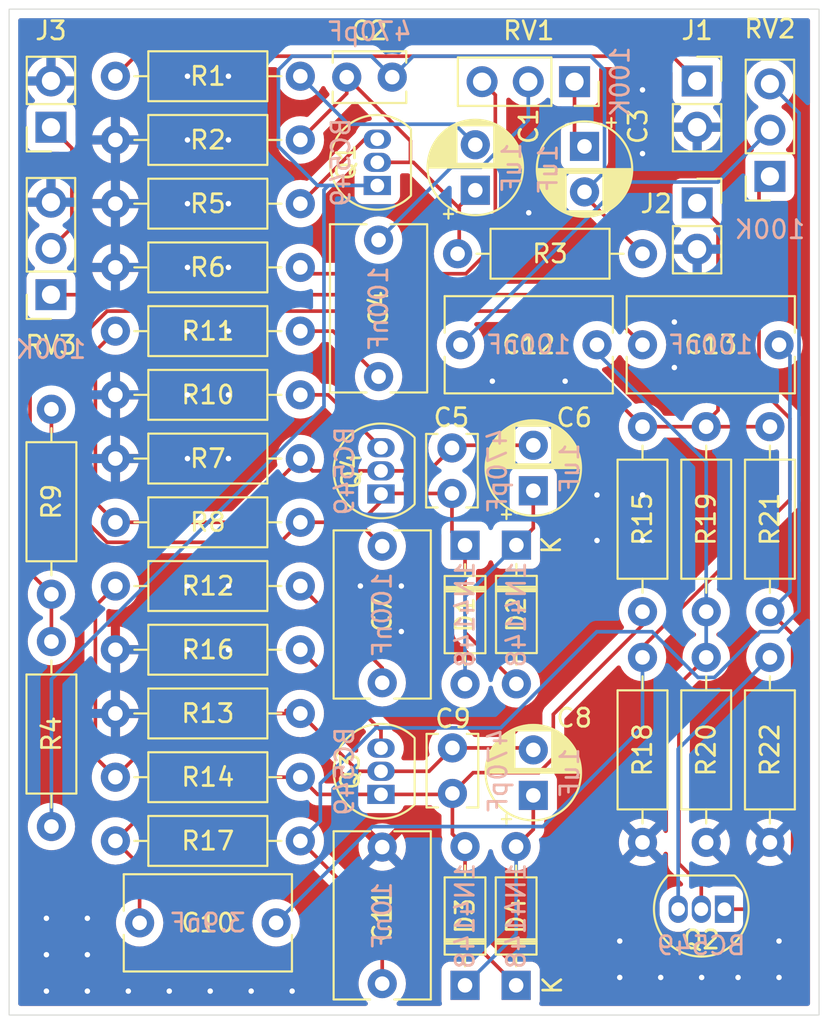
<source format=kicad_pcb>
(kicad_pcb (version 20240108) (generator "pcbnew") (generator_version "8.0")
  (layers (0 "F.Cu" signal) (31 "B.Cu" signal) (34 "B.Paste" user) (35 "F.Paste" user) (36 "B.SilkS" user "B.Silkscreen") (37 "F.SilkS" user "F.Silkscreen") (38 "B.Mask" user) (39 "F.Mask" user) (44 "Edge.Cuts" user))
  (net 0 "")
  (net 1 "Net-(Q1-B)")
  (net 2 "Net-(C1-Pad2)")
  (net 3 "Net-(Q1-C)")
  (net 4 "Net-(C3-Pad1)")
  (net 5 "Net-(C4-Pad2)")
  (net 6 "Net-(C4-Pad1)")
  (net 7 "Net-(Q2-B)")
  (net 8 "Net-(D1-K)")
  (net 9 "Net-(D1-A)")
  (net 10 "Net-(C7-Pad2)")
  (net 11 "Net-(D3-K)")
  (net 12 "Net-(Q3-B)")
  (net 13 "Net-(D3-A)")
  (net 14 "Net-(C10-Pad1)")
  (net 15 "Net-(C11-Pad2)")
  (net 16 "GND")
  (net 17 "Net-(Q4-B)")
  (net 18 "Net-(C12-Pad2)")
  (net 19 "Net-(C13-Pad1)")
  (net 20 "Net-(Q2-C)")
  (net 21 "Net-(J1-Pin_1)")
  (net 22 "Net-(J2-Pin_1)")
  (net 23 "Net-(J3-Pin_1)")
  (net 24 "Net-(Q1-E)")
  (net 25 "Net-(Q2-E)")
  (net 26 "Net-(Q3-E)")
  (net 27 "Net-(Q4-E)")
  (net 28 "Net-(R6-Pad1)")
  (footprint "Capacitor_THT:C_Rect_L9.0mm_W5.1mm_P7.50mm_MKT" (layer "F.Cu") (at 167.75 57.75 180)
    (property "Reference" "C12" (at 3.75 0 0) (layer "F.SilkS"))
    (property "Value" "100nF" (at 3.75 0 0) (layer "B.SilkS") (effects (justify mirror)))
    (pad "1" thru_hole circle (at 0 0 180) (size 1.6 1.6) (drill 0.8) (layers "*.Cu" "*.Mask") (net 7 "Net-(Q2-B)"))
    (pad "2" thru_hole circle (at 7.5 0 180) (size 1.6 1.6) (drill 0.8) (layers "*.Cu" "*.Mask") (net 18 "Net-(C12-Pad2)"))
  )
  (footprint "Resistor_THT:R_Axial_DIN0207_L6.3mm_D2.5mm_P10.16mm_Horizontal" (layer "F.Cu") (at 151.45 57 180)
    (property "Reference" "R11" (at 5.08 0 180) (layer "F.SilkS"))
    (property "Value" "10K")
    (pad "1" thru_hole circle (at 0 0 180) (size 1.6 1.6) (drill 0.8) (layers "*.Cu" "*.Mask") (net 5 "Net-(C4-Pad2)"))
    (pad "2" thru_hole oval (at 10.16 0 180) (size 1.6 1.6) (drill 0.8) (layers "*.Cu" "*.Mask") (net 17 "Net-(Q4-B)"))
  )
  (footprint "Resistor_THT:R_Axial_DIN0207_L6.3mm_D2.5mm_P10.16mm_Horizontal" (layer "F.Cu") (at 151.45 64 180)
    (property "Reference" "R7" (at 5.08 0 180) (layer "F.SilkS"))
    (property "Value" "100K")
    (pad "1" thru_hole circle (at 0 0 180) (size 1.6 1.6) (drill 0.8) (layers "*.Cu" "*.Mask") (net 17 "Net-(Q4-B)"))
    (pad "2" thru_hole oval (at 10.16 0 180) (size 1.6 1.6) (drill 0.8) (layers "*.Cu" "*.Mask") (net 16 "GND"))
  )
  (footprint "Resistor_THT:R_Axial_DIN0207_L6.3mm_D2.5mm_P10.16mm_Horizontal" (layer "F.Cu") (at 151.45 50 180)
    (property "Reference" "R5" (at 5.08 0 180) (layer "F.SilkS"))
    (property "Value" "100")
    (pad "1" thru_hole circle (at 0 0 180) (size 1.6 1.6) (drill 0.8) (layers "*.Cu" "*.Mask") (net 24 "Net-(Q1-E)"))
    (pad "2" thru_hole oval (at 10.16 0 180) (size 1.6 1.6) (drill 0.8) (layers "*.Cu" "*.Mask") (net 16 "GND"))
  )
  (footprint "Package_TO_SOT_THT:TO-92_Inline" (layer "F.Cu") (at 174.75 88.75 180)
    (property "Reference" "Q2" (at 1.258322 -1.68108 0) (layer "F.SilkS"))
    (property "Value" "BC549" (at 1.27 -2 0) (layer "B.SilkS") (effects (justify mirror)))
    (pad "1" thru_hole rect (at 0 0 180) (size 1.05 1.5) (drill 0.75) (layers "*.Cu" "*.Mask") (net 20 "Net-(Q2-C)"))
    (pad "2" thru_hole oval (at 1.27 0 180) (size 1.05 1.5) (drill 0.75) (layers "*.Cu" "*.Mask") (net 7 "Net-(Q2-B)"))
    (pad "3" thru_hole oval (at 2.54 0 180) (size 1.05 1.5) (drill 0.75) (layers "*.Cu" "*.Mask") (net 25 "Net-(Q2-E)"))
  )
  (footprint "Resistor_THT:R_Axial_DIN0207_L6.3mm_D2.5mm_P10.16mm_Horizontal" (layer "F.Cu") (at 151.45 46.5 180)
    (property "Reference" "R2" (at 5.08 0 180) (layer "F.SilkS"))
    (property "Value" "47K")
    (pad "1" thru_hole circle (at 0 0 180) (size 1.6 1.6) (drill 0.8) (layers "*.Cu" "*.Mask") (net 1 "Net-(Q1-B)"))
    (pad "2" thru_hole oval (at 10.16 0 180) (size 1.6 1.6) (drill 0.8) (layers "*.Cu" "*.Mask") (net 16 "GND"))
  )
  (footprint "Capacitor_THT:CP_Radial_D5.0mm_P2.50mm" (layer "F.Cu") (at 167.063575 46.853414 -90)
    (property "Reference" "C3" (at -1.103414 -2.936425 90) (layer "F.SilkS"))
    (property "Value" "1uF" (at 1.25 2 90) (layer "B.SilkS") (effects (justify mirror)))
    (pad "1" thru_hole rect (at 0 0 270) (size 1.6 1.6) (drill 0.8) (layers "*.Cu" "*.Mask") (net 4 "Net-(C3-Pad1)"))
    (pad "2" thru_hole circle (at 2.5 0 270) (size 1.6 1.6) (drill 0.8) (layers "*.Cu" "*.Mask") (net 3 "Net-(Q1-C)"))
  )
  (footprint "Capacitor_THT:C_Rect_L9.0mm_W5.1mm_P7.50mm_MKT" (layer "F.Cu") (at 170.25 57.75)
    (property "Reference" "C13" (at 3.75 0 0) (layer "F.SilkS"))
    (property "Value" "100nF" (at 3.75 0 0) (layer "B.SilkS") (effects (justify mirror)))
    (pad "1" thru_hole circle (at 0 0) (size 1.6 1.6) (drill 0.8) (layers "*.Cu" "*.Mask") (net 19 "Net-(C13-Pad1)"))
    (pad "2" thru_hole circle (at 7.5 0) (size 1.6 1.6) (drill 0.8) (layers "*.Cu" "*.Mask") (net 20 "Net-(Q2-C)"))
  )
  (footprint "Capacitor_THT:CP_Radial_D5.0mm_P2.50mm" (layer "F.Cu") (at 164.25 65.768794 90)
    (property "Reference" "C6" (at 4.018794 2.25 180) (layer "F.SilkS"))
    (property "Value" "1uF" (at 1.25 2 90) (layer "B.SilkS") (effects (justify mirror)))
    (pad "1" thru_hole rect (at 0 0 90) (size 1.6 1.6) (drill 0.8) (layers "*.Cu" "*.Mask") (net 9 "Net-(D1-A)"))
    (pad "2" thru_hole circle (at 2.5 0 90) (size 1.6 1.6) (drill 0.8) (layers "*.Cu" "*.Mask") (net 17 "Net-(Q4-B)"))
  )
  (footprint "Connector_PinSocket_2.54mm:PinSocket_1x03_P2.54mm_Vertical" (layer "F.Cu") (at 177.25 48.5 180)
    (property "Reference" "RV2" (at 0 8.1 0) (layer "F.SilkS"))
    (property "Value" "100K" (at 0 -2.92 0) (layer "B.SilkS") (effects (justify mirror)))
    (pad "1" thru_hole rect (at 0 0 180) (size 1.7 1.7) (drill 1) (layers "*.Cu" "*.Mask") (net 14 "Net-(C10-Pad1)"))
    (pad "2" thru_hole oval (at 0 2.54 180) (size 1.7 1.7) (drill 1) (layers "*.Cu" "*.Mask") (net 18 "Net-(C12-Pad2)"))
    (pad "3" thru_hole oval (at 0 5.08 180) (size 1.7 1.7) (drill 1) (layers "*.Cu" "*.Mask") (net 15 "Net-(C11-Pad2)"))
  )
  (footprint "Diode_THT:D_DO-35_SOD27_P7.62mm_Horizontal" (layer "F.Cu") (at 163.307891 92.932153 90)
    (property "Reference" "D4" (at 3.81 0 90) (layer "F.SilkS"))
    (property "Value" "1N4148" (at 3.81 0 90) (layer "B.SilkS") (effects (justify mirror)))
    (fp_text user "K" (at 0 2 90) (layer "F.SilkS"))
    (pad "1" thru_hole rect (at 0 0 90) (size 1.6 1.6) (drill 0.8) (layers "*.Cu" "*.Mask") (net 13 "Net-(D3-A)"))
    (pad "2" thru_hole oval (at 7.62 0 90) (size 1.6 1.6) (drill 0.8) (layers "*.Cu" "*.Mask") (net 11 "Net-(D3-K)"))
  )
  (footprint "Capacitor_THT:C_Disc_D3.8mm_W2.6mm_P2.50mm" (layer "F.Cu") (at 159.781681 63.416525 -90)
    (property "Reference" "C5" (at -1.666525 0.031681 0) (layer "F.SilkS"))
    (property "Value" "470pF" (at 1.25 -2.5 90) (layer "B.SilkS") (effects (justify mirror)))
    (pad "1" thru_hole circle (at 0 0 270) (size 1.6 1.6) (drill 0.8) (layers "*.Cu" "*.Mask") (net 17 "Net-(Q4-B)"))
    (pad "2" thru_hole circle (at 2.5 0 270) (size 1.6 1.6) (drill 0.8) (layers "*.Cu" "*.Mask") (net 8 "Net-(D1-K)"))
  )
  (footprint "Resistor_THT:R_Axial_DIN0207_L6.3mm_D2.5mm_P10.16mm_Horizontal" (layer "F.Cu") (at 151.45 85 180)
    (property "Reference" "R17" (at 5.08 0 180) (layer "F.SilkS"))
    (property "Value" "39K")
    (pad "1" thru_hole circle (at 0 0 180) (size 1.6 1.6) (drill 0.8) (layers "*.Cu" "*.Mask") (net 15 "Net-(C11-Pad2)"))
    (pad "2" thru_hole oval (at 10.16 0 180) (size 1.6 1.6) (drill 0.8) (layers "*.Cu" "*.Mask") (net 13 "Net-(D3-A)"))
  )
  (footprint "Resistor_THT:R_Axial_DIN0207_L6.3mm_D2.5mm_P10.16mm_Horizontal" (layer "F.Cu") (at 137.775 71.45 90)
    (property "Reference" "R9" (at 5.08 0 90) (layer "F.SilkS"))
    (property "Value" "10K")
    (pad "1" thru_hole circle (at 0 0 90) (size 1.6 1.6) (drill 0.8) (layers "*.Cu" "*.Mask") (net 22 "Net-(J2-Pin_1)"))
    (pad "2" thru_hole oval (at 10.16 0 90) (size 1.6 1.6) (drill 0.8) (layers "*.Cu" "*.Mask") (net 8 "Net-(D1-K)"))
  )
  (footprint "Connector_PinSocket_2.54mm:PinSocket_1x02_P2.54mm_Vertical" (layer "F.Cu") (at 173.25 43.26)
    (property "Reference" "J1" (at 0 -2.77 0) (layer "F.SilkS"))
    (property "Value" "Input" (hide yes))
    (pad "1" thru_hole rect (at 0 0) (size 1.7 1.7) (drill 1) (layers "*.Cu" "*.Mask") (net 21 "Net-(J1-Pin_1)"))
    (pad "2" thru_hole oval (at 0 2.54) (size 1.7 1.7) (drill 1) (layers "*.Cu" "*.Mask") (net 16 "GND"))
  )
  (footprint "Resistor_THT:R_Axial_DIN0207_L6.3mm_D2.5mm_P10.16mm_Horizontal" (layer "F.Cu") (at 170.25 62.25 -90)
    (property "Reference" "R15" (at 5.08 0 -90) (layer "F.SilkS"))
    (property "Value" "10K")
    (pad "1" thru_hole circle (at 0 0 270) (size 1.6 1.6) (drill 0.8) (layers "*.Cu" "*.Mask") (net 22 "Net-(J2-Pin_1)"))
    (pad "2" thru_hole oval (at 10.16 0 270) (size 1.6 1.6) (drill 0.8) (layers "*.Cu" "*.Mask") (net 13 "Net-(D3-A)"))
  )
  (footprint "Resistor_THT:R_Axial_DIN0207_L6.3mm_D2.5mm_P10.16mm_Horizontal" (layer "F.Cu") (at 177.25 85.08 90)
    (property "Reference" "R22" (at 5.08 0 90) (layer "F.SilkS"))
    (property "Value" "3K3")
    (pad "1" thru_hole circle (at 0 0 90) (size 1.6 1.6) (drill 0.8) (layers "*.Cu" "*.Mask") (net 16 "GND"))
    (pad "2" thru_hole oval (at 10.16 0 90) (size 1.6 1.6) (drill 0.8) (layers "*.Cu" "*.Mask") (net 25 "Net-(Q2-E)"))
  )
  (footprint "Resistor_THT:R_Axial_DIN0207_L6.3mm_D2.5mm_P10.16mm_Horizontal" (layer "F.Cu") (at 170.25 85.08 90)
    (property "Reference" "R18" (at 5.08 0 90) (layer "F.SilkS"))
    (property "Value" "22K")
    (pad "1" thru_hole circle (at 0 0 90) (size 1.6 1.6) (drill 0.8) (layers "*.Cu" "*.Mask") (net 16 "GND"))
    (pad "2" thru_hole oval (at 10.16 0 90) (size 1.6 1.6) (drill 0.8) (layers "*.Cu" "*.Mask") (net 14 "Net-(C10-Pad1)"))
  )
  (footprint "Package_TO_SOT_THT:TO-92_Inline" (layer "F.Cu") (at 155.881999 82.445269 90)
    (property "Reference" "Q3" (at 1.257738 -1.691079 90) (layer "F.SilkS"))
    (property "Value" "BC549" (at 1.27 -2 90) (layer "B.SilkS") (effects (justify mirror)))
    (pad "1" thru_hole rect (at 0 0 90) (size 1.05 1.5) (drill 0.75) (layers "*.Cu" "*.Mask") (net 13 "Net-(D3-A)"))
    (pad "2" thru_hole oval (at 1.27 0 90) (size 1.05 1.5) (drill 0.75) (layers "*.Cu" "*.Mask") (net 12 "Net-(Q3-B)"))
    (pad "3" thru_hole oval (at 2.54 0 90) (size 1.05 1.5) (drill 0.75) (layers "*.Cu" "*.Mask") (net 26 "Net-(Q3-E)"))
  )
  (footprint "Package_TO_SOT_THT:TO-92_Inline" (layer "F.Cu") (at 155.881999 65.94621 90)
    (property "Reference" "Q4" (at 1.27 -1.631999 90) (layer "F.SilkS"))
    (property "Value" "BC549" (at 1.27 -2 90) (layer "B.SilkS") (effects (justify mirror)))
    (pad "1" thru_hole rect (at 0 0 90) (size 1.05 1.5) (drill 0.75) (layers "*.Cu" "*.Mask") (net 8 "Net-(D1-K)"))
    (pad "2" thru_hole oval (at 1.27 0 90) (size 1.05 1.5) (drill 0.75) (layers "*.Cu" "*.Mask") (net 17 "Net-(Q4-B)"))
    (pad "3" thru_hole oval (at 2.54 0 90) (size 1.05 1.5) (drill 0.75) (layers "*.Cu" "*.Mask") (net 27 "Net-(Q4-E)"))
  )
  (footprint "Resistor_THT:R_Axial_DIN0207_L6.3mm_D2.5mm_P10.16mm_Horizontal" (layer "F.Cu") (at 141.29 43)
    (property "Reference" "R1" (at 5.08 0 0) (layer "F.SilkS"))
    (property "Value" "39K")
    (pad "1" thru_hole circle (at 0 0) (size 1.6 1.6) (drill 0.8) (layers "*.Cu" "*.Mask") (net 21 "Net-(J1-Pin_1)"))
    (pad "2" thru_hole oval (at 10.16 0) (size 1.6 1.6) (drill 0.8) (layers "*.Cu" "*.Mask") (net 2 "Net-(C1-Pad2)"))
  )
  (footprint "Resistor_THT:R_Axial_DIN0207_L6.3mm_D2.5mm_P10.16mm_Horizontal" (layer "F.Cu") (at 151.45 60.5 180)
    (property "Reference" "R10" (at 5.08 0 180) (layer "F.SilkS"))
    (property "Value" "150")
    (pad "1" thru_hole circle (at 0 0 180) (size 1.6 1.6) (drill 0.8) (layers "*.Cu" "*.Mask") (net 27 "Net-(Q4-E)"))
    (pad "2" thru_hole oval (at 10.16 0 180) (size 1.6 1.6) (drill 0.8) (layers "*.Cu" "*.Mask") (net 16 "GND"))
  )
  (footprint "Resistor_THT:R_Axial_DIN0207_L6.3mm_D2.5mm_P10.16mm_Horizontal" (layer "F.Cu") (at 177.25 72.41 90)
    (property "Reference" "R21" (at 5.08 0 90) (layer "F.SilkS"))
    (property "Value" "15K")
    (pad "1" thru_hole circle (at 0 0 90) (size 1.6 1.6) (drill 0.8) (layers "*.Cu" "*.Mask") (net 20 "Net-(Q2-C)"))
    (pad "2" thru_hole oval (at 10.16 0 90) (size 1.6 1.6) (drill 0.8) (layers "*.Cu" "*.Mask") (net 22 "Net-(J2-Pin_1)"))
  )
  (footprint "Resistor_THT:R_Axial_DIN0207_L6.3mm_D2.5mm_P10.16mm_Horizontal" (layer "F.Cu") (at 141.29 67.5)
    (property "Reference" "R8" (at 5.08 0 0) (layer "F.SilkS"))
    (property "Value" "470K")
    (pad "1" thru_hole circle (at 0 0) (size 1.6 1.6) (drill 0.8) (layers "*.Cu" "*.Mask") (net 17 "Net-(Q4-B)"))
    (pad "2" thru_hole oval (at 10.16 0) (size 1.6 1.6) (drill 0.8) (layers "*.Cu" "*.Mask") (net 8 "Net-(D1-K)"))
  )
  (footprint "Diode_THT:D_DO-35_SOD27_P7.62mm_Horizontal" (layer "F.Cu") (at 160.5 68.761576 -90)
    (property "Reference" "D1" (at 3.81 0 90) (layer "F.SilkS"))
    (property "Value" "1N4148" (at 3.81 0 90) (layer "B.SilkS") (effects (justify mirror)))
    (pad "1" thru_hole rect (at 0 0 270) (size 1.6 1.6) (drill 0.8) (layers "*.Cu" "*.Mask") (net 8 "Net-(D1-K)"))
    (pad "2" thru_hole oval (at 7.62 0 270) (size 1.6 1.6) (drill 0.8) (layers "*.Cu" "*.Mask") (net 9 "Net-(D1-A)"))
  )
  (footprint "Capacitor_THT:CP_Radial_D5.0mm_P2.50mm" (layer "F.Cu") (at 161.063575 49.263639 90)
    (property "Reference" "C1" (at 3.513639 2.936425 90) (layer "F.SilkS"))
    (property "Value" "1uF" (at 1.25 2 90) (layer "B.SilkS") (effects (justify mirror)))
    (pad "1" thru_hole rect (at 0 0 90) (size 1.6 1.6) (drill 0.8) (layers "*.Cu" "*.Mask") (net 1 "Net-(Q1-B)"))
    (pad "2" thru_hole circle (at 2.5 0 90) (size 1.6 1.6) (drill 0.8) (layers "*.Cu" "*.Mask") (net 2 "Net-(C1-Pad2)"))
  )
  (footprint "Capacitor_THT:CP_Radial_D5.0mm_P2.50mm" (layer "F.Cu") (at 164.25 82.5 90)
    (property "Reference" "C8" (at 4.25 2.25 180) (layer "F.SilkS"))
    (property "Value" "1uF" (at 1.25 2 90) (layer "B.SilkS") (effects (justify mirror)))
    (pad "1" thru_hole rect (at 0 0 90) (size 1.6 1.6) (drill 0.8) (layers "*.Cu" "*.Mask") (net 11 "Net-(D3-K)"))
    (pad "2" thru_hole circle (at 2.5 0 90) (size 1.6 1.6) (drill 0.8) (layers "*.Cu" "*.Mask") (net 12 "Net-(Q3-B)"))
  )
  (footprint "Capacitor_THT:C_Rect_L9.0mm_W5.1mm_P7.50mm_MKT" (layer "F.Cu") (at 155.75 52 -90)
    (property "Reference" "C4" (at 3.75 0 90) (layer "F.SilkS"))
    (property "Value" "100nF" (at 3.75 0 90) (layer "B.SilkS") (effects (justify mirror)))
    (pad "1" thru_hole circle (at 0 0 270) (size 1.6 1.6) (drill 0.8) (layers "*.Cu" "*.Mask") (net 6 "Net-(C4-Pad1)"))
    (pad "2" thru_hole circle (at 7.5 0 270) (size 1.6 1.6) (drill 0.8) (layers "*.Cu" "*.Mask") (net 5 "Net-(C4-Pad2)"))
  )
  (footprint "Resistor_THT:R_Axial_DIN0207_L6.3mm_D2.5mm_P10.16mm_Horizontal" (layer "F.Cu") (at 141.29 81.5)
    (property "Reference" "R14" (at 5.08 0 0) (layer "F.SilkS"))
    (property "Value" "470K")
    (pad "1" thru_hole circle (at 0 0) (size 1.6 1.6) (drill 0.8) (layers "*.Cu" "*.Mask") (net 12 "Net-(Q3-B)"))
    (pad "2" thru_hole oval (at 10.16 0) (size 1.6 1.6) (drill 0.8) (layers "*.Cu" "*.Mask") (net 13 "Net-(D3-A)"))
  )
  (footprint "Capacitor_THT:C_Rect_L9.0mm_W5.1mm_P7.50mm_MKT" (layer "F.Cu") (at 150.12 89.5 180)
    (property "Reference" "C10" (at 3.75 0 0) (layer "F.SilkS"))
    (property "Value" "3.9nF" (at 3.75 0 0) (layer "B.SilkS") (effects (justify mirror)))
    (pad "1" thru_hole circle (at 0 0 180) (size 1.6 1.6) (drill 0.8) (layers "*.Cu" "*.Mask") (net 14 "Net-(C10-Pad1)"))
    (pad "2" thru_hole circle (at 7.5 0 180) (size 1.6 1.6) (drill 0.8) (layers "*.Cu" "*.Mask") (net 13 "Net-(D3-A)"))
  )
  (footprint "Resistor_THT:R_Axial_DIN0207_L6.3mm_D2.5mm_P10.16mm_Horizontal" (layer "F.Cu") (at 173.75 72.41 90)
    (property "Reference" "R19" (at 5.08 0 90) (layer "F.SilkS"))
    (property "Value" "470K")
    (pad "1" thru_hole circle (at 0 0 90) (size 1.6 1.6) (drill 0.8) (layers "*.Cu" "*.Mask") (net 7 "Net-(Q2-B)"))
    (pad "2" thru_hole oval (at 10.16 0 90) (size 1.6 1.6) (drill 0.8) (layers "*.Cu" "*.Mask") (net 22 "Net-(J2-Pin_1)"))
  )
  (footprint "Connector_PinSocket_2.54mm:PinSocket_1x03_P2.54mm_Vertical" (layer "F.Cu") (at 166.515628 43.3 -90)
    (property "Reference" "RV1" (at -2.8 2.515628 180) (layer "F.SilkS"))
    (property "Value" "100K" (at 0 -2.5 90) (layer "B.SilkS") (effects (justify mirror)))
    (pad "1" thru_hole rect (at 0 0 270) (size 1.7 1.7) (drill 1) (layers "*.Cu" "*.Mask") (net 4 "Net-(C3-Pad1)"))
    (pad "2" thru_hole oval (at 0 2.54 270) (size 1.7 1.7) (drill 1) (layers "*.Cu" "*.Mask") (net 6 "Net-(C4-Pad1)"))
    (pad "3" thru_hole oval (at 0 5.08 270) (size 1.7 1.7) (drill 1) (layers "*.Cu" "*.Mask") (net 28 "Net-(R6-Pad1)"))
  )
  (footprint "Diode_THT:D_DO-35_SOD27_P7.62mm_Horizontal" (layer "F.Cu") (at 160.5 92.932153 90)
    (property "Reference" "D3" (at 3.81 0 90) (layer "F.SilkS"))
    (property "Value" "1N4148" (at 3.81 0 90) (layer "B.SilkS") (effects (justify mirror)))
    (pad "1" thru_hole rect (at 0 0 90) (size 1.6 1.6) (drill 0.8) (layers "*.Cu" "*.Mask") (net 11 "Net-(D3-K)"))
    (pad "2" thru_hole oval (at 7.62 0 90) (size 1.6 1.6) (drill 0.8) (layers "*.Cu" "*.Mask") (net 13 "Net-(D3-A)"))
  )
  (footprint "Resistor_THT:R_Axial_DIN0207_L6.3mm_D2.5mm_P10.16mm_Horizontal" (layer "F.Cu") (at 137.775 74.05 -90)
    (property "Reference" "R4" (at 5.08 0 90) (layer "F.SilkS"))
    (property "Value" "10K")
    (pad "1" thru_hole circle (at 0 0 270) (size 1.6 1.6) (drill 0.8) (layers "*.Cu" "*.Mask") (net 22 "Net-(J2-Pin_1)"))
    (pad "2" thru_hole oval (at 10.16 0 270) (size 1.6 1.6) (drill 0.8) (layers "*.Cu" "*.Mask") (net 3 "Net-(Q1-C)"))
  )
  (footprint "Resistor_THT:R_Axial_DIN0207_L6.3mm_D2.5mm_P10.16mm_Horizontal" (layer "F.Cu") (at 173.75 85.08 90)
    (property "Reference" "R20" (at 5.08 0 90) (layer "F.SilkS"))
    (property "Value" "100K")
    (pad "1" thru_hole circle (at 0 0 90) (size 1.6 1.6) (drill 0.8) (layers "*.Cu" "*.Mask") (net 16 "GND"))
    (pad "2" thru_hole oval (at 10.16 0 90) (size 1.6 1.6) (drill 0.8) (layers "*.Cu" "*.Mask") (net 7 "Net-(Q2-B)"))
  )
  (footprint "Connector_PinSocket_2.54mm:PinSocket_1x02_P2.54mm_Vertical" (layer "F.Cu") (at 137.75 45.8 180)
    (property "Reference" "J3" (at 0 5.3 0) (layer "F.SilkS"))
    (property "Value" "Output" (hide yes))
    (pad "1" thru_hole rect (at 0 0 180) (size 1.7 1.7) (drill 1) (layers "*.Cu" "*.Mask") (net 23 "Net-(J3-Pin_1)"))
    (pad "2" thru_hole oval (at 0 2.54 180) (size 1.7 1.7) (drill 1) (layers "*.Cu" "*.Mask") (net 16 "GND"))
  )
  (footprint "Capacitor_THT:C_Disc_D3.8mm_W2.6mm_P2.50mm" (layer "F.Cu") (at 154 43.05)
    (property "Reference" "C2" (at 1.25 -2.55 0) (layer "F.SilkS"))
    (property "Value" "470pF" (at 1.25 -2.5 0) (layer "B.SilkS") (effects (justify mirror)))
    (pad "1" thru_hole circle (at 0 0) (size 1.6 1.6) (drill 0.8) (layers "*.Cu" "*.Mask") (net 1 "Net-(Q1-B)"))
    (pad "2" thru_hole circle (at 2.5 0) (size 1.6 1.6) (drill 0.8) (layers "*.Cu" "*.Mask") (net 3 "Net-(Q1-C)"))
  )
  (footprint "Resistor_THT:R_Axial_DIN0207_L6.3mm_D2.5mm_P10.16mm_Horizontal" (layer "F.Cu") (at 160.09 52.75)
    (property "Reference" "R3" (at 5.08 0 0) (layer "F.SilkS"))
    (property "Value" "470K")
    (pad "1" thru_hole circle (at 0 0) (size 1.6 1.6) (drill 0.8) (layers "*.Cu" "*.Mask") (net 1 "Net-(Q1-B)"))
    (pad "2" thru_hole oval (at 10.16 0) (size 1.6 1.6) (drill 0.8) (layers "*.Cu" "*.Mask") (net 3 "Net-(Q1-C)"))
  )
  (footprint "Resistor_THT:R_Axial_DIN0207_L6.3mm_D2.5mm_P10.16mm_Horizontal" (layer "F.Cu") (at 151.45 71 180)
    (property "Reference" "R12" (at 5.08 0 180) (layer "F.SilkS"))
    (property "Value" "10K")
    (pad "1" thru_hole circle (at 0 0 180) (size 1.6 1.6) (drill 0.8) (layers "*.Cu" "*.Mask") (net 10 "Net-(C7-Pad2)"))
    (pad "2" thru_hole oval (at 10.16 0 180) (size 1.6 1.6) (drill 0.8) (layers "*.Cu" "*.Mask") (net 12 "Net-(Q3-B)"))
  )
  (footprint "Resistor_THT:R_Axial_DIN0207_L6.3mm_D2.5mm_P10.16mm_Horizontal" (layer "F.Cu") (at 151.45 53.5 180)
    (property "Reference" "R6" (at 5.08 0 180) (layer "F.SilkS"))
    (property "Value" "1K")
    (pad "1" thru_hole circle (at 0 0 180) (size 1.6 1.6) (drill 0.8) (layers "*.Cu" "*.Mask") (net 28 "Net-(R6-Pad1)"))
    (pad "2" thru_hole oval (at 10.16 0 180) (size 1.6 1.6) (drill 0.8) (layers "*.Cu" "*.Mask") (net 16 "GND"))
  )
  (footprint "Resistor_THT:R_Axial_DIN0207_L6.3mm_D2.5mm_P10.16mm_Horizontal" (layer "F.Cu") (at 151.45 78 180)
    (property "Reference" "R13" (at 5.08 0 180) (layer "F.SilkS"))
    (property "Value" "100K")
    (pad "1" thru_hole circle (at 0 0 180) (size 1.6 1.6) (drill 0.8) (layers "*.Cu" "*.Mask") (net 12 "Net-(Q3-B)"))
    (pad "2" thru_hole oval (at 10.16 0 180) (size 1.6 1.6) (drill 0.8) (layers "*.Cu" "*.Mask") (net 16 "GND"))
  )
  (footprint "Resistor_THT:R_Axial_DIN0207_L6.3mm_D2.5mm_P10.16mm_Horizontal" (layer "F.Cu") (at 151.45 74.5 180)
    (property "Reference" "R16" (at 5.08 0 180) (layer "F.SilkS"))
    (property "Value" "150")
    (pad "1" thru_hole circle (at 0 0 180) (size 1.6 1.6) (drill 0.8) (layers "*.Cu" "*.Mask") (net 26 "Net-(Q3-E)"))
    (pad "2" thru_hole oval (at 10.16 0 180) (size 1.6 1.6) (drill 0.8) (layers "*.Cu" "*.Mask") (net 16 "GND"))
  )
  (footprint "Connector_PinSocket_2.54mm:PinSocket_1x02_P2.54mm_Vertical" (layer "F.Cu") (at 173.25 49.96)
    (property "Reference" "J2" (at -2.25 0.04 0) (layer "F.SilkS"))
    (property "Value" "+9v" (hide yes))
    (pad "1" thru_hole rect (at 0 0) (size 1.7 1.7) (drill 1) (layers "*.Cu" "*.Mask") (net 22 "Net-(J2-Pin_1)"))
    (pad "2" thru_hole oval (at 0 2.54) (size 1.7 1.7) (drill 1) (layers "*.Cu" "*.Mask") (net 16 "GND"))
  )
  (footprint "Connector_PinSocket_2.54mm:PinSocket_1x03_P2.54mm_Vertical" (layer "F.Cu") (at 137.75 55 180)
    (property "Reference" "RV3" (at 0 -2.77 0) (layer "F.SilkS"))
    (property "Value" "100K" (at 0 -3 0) (layer "B.SilkS") (effects (justify mirror)))
    (pad "1" thru_hole rect (at 0 0 180) (size 1.7 1.7) (drill 1) (layers "*.Cu" "*.Mask") (net 19 "Net-(C13-Pad1)"))
    (pad "2" thru_hole oval (at 0 2.54 180) (size 1.7 1.7) (drill 1) (layers "*.Cu" "*.Mask") (net 23 "Net-(J3-Pin_1)"))
    (pad "3" thru_hole oval (at 0 5.08 180) (size 1.7 1.7) (drill 1) (layers "*.Cu" "*.Mask") (net 16 "GND"))
  )
  (footprint "Capacitor_THT:C_Disc_D3.8mm_W2.6mm_P2.50mm" (layer "F.Cu") (at 159.806208 79.891935 -90)
    (property "Reference" "C9" (at -1.608512 -0.034059 180) (layer "F.SilkS"))
    (property "Value" "470pF" (at 1.25 -2.5 90) (layer "B.SilkS") (effects (justify mirror)))
    (pad "1" thru_hole circle (at 0 0 270) (size 1.6 1.6) (drill 0.8) (layers "*.Cu" "*.Mask") (net 12 "Net-(Q3-B)"))
    (pad "2" thru_hole circle (at 2.5 0 270) (size 1.6 1.6) (drill 0.8) (layers "*.Cu" "*.Mask") (net 13 "Net-(D3-A)"))
  )
  (footprint "Capacitor_THT:C_Rect_L9.0mm_W5.1mm_P7.50mm_MKT" (layer "F.Cu") (at 155.95 68.813682 -90)
    (property "Reference" "C7" (at 3.75 0 90) (layer "F.SilkS"))
    (property "Value" "100nF" (at 3.75 0 90) (layer "B.SilkS") (effects (justify mirror)))
    (pad "1" thru_hole circle (at 0 0 270) (size 1.6 1.6) (drill 0.8) (layers "*.Cu" "*.Mask") (net 8 "Net-(D1-K)"))
    (pad "2" thru_hole circle (at 7.5 0 270) (size 1.6 1.6) (drill 0.8) (layers "*.Cu" "*.Mask") (net 10 "Net-(C7-Pad2)"))
  )
  (footprint "Capacitor_THT:C_Rect_L9.0mm_W5.1mm_P7.50mm_MKT" (layer "F.Cu") (at 155.949999 85.339204 -90)
    (property "Reference" "C11" (at 3.75 0 90) (layer "F.SilkS"))
    (property "Value" "10nF" (at 3.75 0 90) (layer "B.SilkS") (effects (justify mirror)))
    (pad "1" thru_hole circle (at 0 0 270) (size 1.6 1.6) (drill 0.8) (layers "*.Cu" "*.Mask") (net 16 "GND"))
    (pad "2" thru_hole circle (at 7.5 0 270) (size 1.6 1.6) (drill 0.8) (layers "*.Cu" "*.Mask") (net 15 "Net-(C11-Pad2)"))
  )
  (footprint "Diode_THT:D_DO-35_SOD27_P7.62mm_Horizontal" (layer "F.Cu") (at 163.32126 68.753682 -90)
    (property "Reference" "D2" (at 3.81 0 90) (layer "F.SilkS"))
    (property "Value" "1N4148" (at 3.81 0 90) (layer "B.SilkS") (effects (justify mirror)))
    (fp_text user "K" (at -0.003682 -1.92874 90) (layer "F.SilkS"))
    (pad "1" thru_hole rect (at 0 0 270) (size 1.6 1.6) (drill 0.8) (layers "*.Cu" "*.Mask") (net 9 "Net-(D1-A)"))
    (pad "2" thru_hole oval (at 7.62 0 270) (size 1.6 1.6) (drill 0.8) (layers "*.Cu" "*.Mask") (net 8 "Net-(D1-K)"))
  )
  (footprint "Package_TO_SOT_THT:TO-92_Inline" (layer "F.Cu") (at 155.68 49 90)
    (property "Reference" "Q1" (at 1.273685 -1.714001 90) (layer "F.SilkS"))
    (property "Value" "BC549" (at 1.27 -2 90) (layer "B.SilkS") (effects (justify mirror)))
    (pad "1" thru_hole rect (at 0 0 90) (size 1.05 1.5) (drill 0.75) (layers "*.Cu" "*.Mask") (net 3 "Net-(Q1-C)"))
    (pad "2" thru_hole oval (at 1.27 0 90) (size 1.05 1.5) (drill 0.75) (layers "*.Cu" "*.Mask") (net 1 "Net-(Q1-B)"))
    (pad "3" thru_hole oval (at 2.54 0 90) (size 1.05 1.5) (drill 0.75) (layers "*.Cu" "*.Mask") (net 24 "Net-(Q1-E)"))
  )
  (gr_rect (start 135.45 39.313682) (end 179.95 94.563682) (stroke (width 0.05)) (fill none) (layer "Edge.Cuts"))
  (segment (start 154 43.05) (end 157.5 46.55) (width 0.2) (layer "F.Cu") (net 1))
  (segment (start 157.5 46.55) (end 157.5 47.73) (width 0.2) (layer "F.Cu") (net 1))
  (segment (start 155.68 47.73) (end 157.5 47.73) (width 0.2) (layer "F.Cu") (net 1))
  (segment (start 154 43.95) (end 154 43.05) (width 0.2) (layer "F.Cu") (net 1))
  (segment (start 157.5 47.73) (end 157.660628 47.73) (width 0.2) (layer "F.Cu") (net 1))
  (segment (start 160.180628 50.146586) (end 161.063575 49.263639) (width 0.2) (layer "F.Cu") (net 1))
  (segment (start 157.660628 47.73) (end 160.180628 50.25) (width 0.2) (layer "F.Cu") (net 1))
  (segment (start 151.45 46.5) (end 154 43.95) (width 0.2) (layer "F.Cu") (net 1))
  (segment (start 160.180628 52.5) (end 160.180628 50.25) (width 0.2) (layer "F.Cu") (net 1))
  (segment (start 160.180628 50.25) (end 160.180628 50.146586) (width 0.2) (layer "F.Cu") (net 1))
  (segment (start 154.085 45.635) (end 151.45 43) (width 0.2) (layer "B.Cu") (net 2))
  (segment (start 159.934936 45.635) (end 154.085 45.635) (width 0.2) (layer "B.Cu") (net 2))
  (segment (start 161.063575 46.763639) (end 159.934936 45.635) (width 0.2) (layer "B.Cu") (net 2))
  (segment (start 167.063575 49.563575) (end 167.063575 49.353414) (width 0.2) (layer "F.Cu") (net 3))
  (segment (start 170.25 52.75) (end 167.063575 49.563575) (width 0.2) (layer "F.Cu") (net 3))
  (segment (start 156.5 43.05) (end 155.35 41.9) (width 0.2) (layer "B.Cu") (net 3))
  (segment (start 153 49) (end 155.68 49) (width 0.2) (layer "B.Cu") (net 3))
  (segment (start 137.775 84.21) (end 137.775 76.119365) (width 0.2) (layer "B.Cu") (net 3))
  (segment (start 150.994365 41.9) (end 150.25 42.644365) (width 0.2) (layer "B.Cu") (net 3))
  (segment (start 168.163575 42.663575) (end 167.4 41.9) (width 0.2) (layer "B.Cu") (net 3))
  (segment (start 150.25 46.855635) (end 152.394365 49) (width 0.2) (layer "B.Cu") (net 3))
  (segment (start 152.75 49.25) (end 153 49) (width 0.2) (layer "B.Cu") (net 3))
  (segment (start 167.4 41.9) (end 157.65 41.9) (width 0.2) (layer "B.Cu") (net 3))
  (segment (start 167.063575 49.353414) (end 168.163575 48.253414) (width 0.2) (layer "B.Cu") (net 3))
  (segment (start 152.394365 49) (end 153 49) (width 0.2) (layer "B.Cu") (net 3))
  (segment (start 157.65 41.9) (end 156.5 43.05) (width 0.2) (layer "B.Cu") (net 3))
  (segment (start 155.35 41.9) (end 150.994365 41.9) (width 0.2) (layer "B.Cu") (net 3))
  (segment (start 150.25 42.644365) (end 150.25 46.855635) (width 0.2) (layer "B.Cu") (net 3))
  (segment (start 168.163575 48.253414) (end 168.163575 42.663575) (width 0.2) (layer "B.Cu") (net 3))
  (segment (start 137.775 76.119365) (end 152.75 61.144365) (width 0.2) (layer "B.Cu") (net 3))
  (segment (start 152.75 61.144365) (end 152.75 49.25) (width 0.2) (layer "B.Cu") (net 3))
  (segment (start 166.515628 43.3) (end 166.515628 46.305467) (width 0.2) (layer "F.Cu") (net 4))
  (segment (start 166.515628 46.305467) (end 167.063575 46.853414) (width 0.2) (layer "F.Cu") (net 4))
  (segment (start 151.45 57) (end 153.25 57) (width 0.2) (layer "F.Cu") (net 5))
  (segment (start 153.25 57) (end 155.75 59.5) (width 0.2) (layer "F.Cu") (net 5))
  (segment (start 161.382849 48) (end 163.975628 45.407221) (width 0.2) (layer "B.Cu") (net 6))
  (segment (start 155.75 52) (end 159.75 48) (width 0.2) (layer "B.Cu") (net 6))
  (segment (start 159.75 48) (end 161.382849 48) (width 0.2) (layer "B.Cu") (net 6))
  (segment (start 163.975628 45.407221) (end 163.975628 43.3) (width 0.2) (layer "B.Cu") (net 6))
  (segment (start 172.25 86.25) (end 172.25 76.42) (width 0.2) (layer "F.Cu") (net 7))
  (segment (start 172.25 76.42) (end 173.75 74.92) (width 0.2) (layer "F.Cu") (net 7))
  (segment (start 173.48 87.48) (end 172.25 86.25) (width 0.2) (layer "F.Cu") (net 7))
  (segment (start 173.48 88.75) (end 173.48 87.48) (width 0.2) (layer "F.Cu") (net 7))
  (segment (start 173.75 72.41) (end 173.75 64.194365) (width 0.2) (layer "B.Cu") (net 7))
  (segment (start 173.75 64.194365) (end 167.75 58.194365) (width 0.2) (layer "B.Cu") (net 7))
  (segment (start 167.75 58.194365) (end 167.75 57.75) (width 0.2) (layer "B.Cu") (net 7))
  (segment (start 173.75 74.92) (end 173.75 72.41) (width 0.2) (layer "B.Cu") (net 7))
  (segment (start 151.45 67.5) (end 154.636318 67.5) (width 0.2) (layer "F.Cu") (net 8))
  (segment (start 160.5 68.761576) (end 160.5 73.552422) (width 0.2) (layer "F.Cu") (net 8))
  (segment (start 151.45 67.5) (end 150.35 68.6) (width 0.2) (layer "F.Cu") (net 8))
  (segment (start 154.693159 67.556841) (end 155.95 68.813682) (width 0.2) (layer "F.Cu") (net 8))
  (segment (start 140.834365 68.6) (end 137.775 65.540635) (width 0.2) (layer "F.Cu") (net 8))
  (segment (start 160.5 73.552422) (end 163.32126 76.373682) (width 0.2) (layer "F.Cu") (net 8))
  (segment (start 155.911684 65.916525) (end 155.881999 65.94621) (width 0.2) (layer "F.Cu") (net 8))
  (segment (start 155.881999 65.94621) (end 155.881999 66.368001) (width 0.2) (layer "F.Cu") (net 8))
  (segment (start 154.636318 67.5) (end 154.693159 67.556841) (width 0.2) (layer "F.Cu") (net 8))
  (segment (start 150.35 68.6) (end 140.834365 68.6) (width 0.2) (layer "F.Cu") (net 8))
  (segment (start 155.881999 66.368001) (end 154.693159 67.556841) (width 0.2) (layer "F.Cu") (net 8))
  (segment (start 159.781681 65.916525) (end 155.911684 65.916525) (width 0.2) (layer "F.Cu") (net 8))
  (segment (start 159.781681 65.916525) (end 159.781681 68.043257) (width 0.2) (layer "F.Cu") (net 8))
  (segment (start 137.775 65.540635) (end 137.775 61.29) (width 0.2) (layer "F.Cu") (net 8))
  (segment (start 159.781681 68.043257) (end 160.5 68.761576) (width 0.2) (layer "F.Cu") (net 8))
  (segment (start 164.25 65.768794) (end 164.25 67.824942) (width 0.2) (layer "F.Cu") (net 9))
  (segment (start 164.25 67.824942) (end 163.32126 68.753682) (width 0.2) (layer "F.Cu") (net 9))
  (segment (start 160.5 71.574942) (end 163.32126 68.753682) (width 0.2) (layer "B.Cu") (net 9))
  (segment (start 160.5 76.381576) (end 160.5 71.574942) (width 0.2) (layer "B.Cu") (net 9))
  (segment (start 155.95 75.5) (end 155.95 76.313682) (width 0.2) (layer "F.Cu") (net 10))
  (segment (start 151.45 71) (end 155.95 75.5) (width 0.2) (layer "F.Cu") (net 10))
  (segment (start 164.25 84.370044) (end 163.307891 85.312153) (width 0.2) (layer "F.Cu") (net 11))
  (segment (start 164.25 82.5) (end 164.25 84.370044) (width 0.2) (layer "F.Cu") (net 11))
  (segment (start 163.307891 90.124262) (end 160.5 92.932153) (width 0.2) (layer "B.Cu") (net 11))
  (segment (start 163.307891 85.312153) (end 163.307891 90.124262) (width 0.2) (layer "B.Cu") (net 11))
  (segment (start 155.881999 81.175269) (end 158.522874 81.175269) (width 0.2) (layer "F.Cu") (net 12))
  (segment (start 158.522874 81.175269) (end 159.806208 79.891935) (width 0.2) (layer "F.Cu") (net 12))
  (segment (start 150.665 77.835) (end 150.83 78) (width 0.2) (layer "F.Cu") (net 12))
  (segment (start 150.83 78) (end 151.45 78) (width 0.2) (layer "F.Cu") (net 12))
  (segment (start 140.19 72.1) (end 140.19 80.4) (width 0.2) (layer "F.Cu") (net 12))
  (segment (start 164.141935 79.891935) (end 164.25 80) (width 0.2) (layer "F.Cu") (net 12))
  (segment (start 141.29 71) (end 140.19 72.1) (width 0.2) (layer "F.Cu") (net 12))
  (segment (start 144.79 78) (end 141.29 81.5) (width 0.2) (layer "F.Cu") (net 12))
  (segment (start 159.806208 79.891935) (end 164.141935 79.891935) (width 0.2) (layer "F.Cu") (net 12))
  (segment (start 140.19 80.4) (end 141.29 81.5) (width 0.2) (layer "F.Cu") (net 12))
  (segment (start 151.45 78) (end 144.79 78) (width 0.2) (layer "F.Cu") (net 12))
  (segment (start 155.881999 81.175269) (end 154.625269 81.175269) (width 0.2) (layer "F.Cu") (net 12))
  (segment (start 154.625269 81.175269) (end 151.45 78) (width 0.2) (layer "F.Cu") (net 12))
  (segment (start 159.806208 84.618361) (end 160.5 85.312153) (width 0.2) (layer "F.Cu") (net 13))
  (segment (start 151.45 81.5) (end 152.395269 82.445269) (width 0.2) (layer "F.Cu") (net 13))
  (segment (start 160.5 90.124262) (end 163.307891 92.932153) (width 0.2) (layer "F.Cu") (net 13))
  (segment (start 170.25 73.15) (end 165.35 78.05) (width 0.2) (layer "F.Cu") (net 13))
  (segment (start 144.79 81.5) (end 141.29 85) (width 0.2) (layer "F.Cu") (net 13))
  (segment (start 155.881999 82.445269) (end 159.752874 82.445269) (width 0.2) (layer "F.Cu") (net 13))
  (segment (start 159.806208 82.391935) (end 159.806208 84.618361) (width 0.2) (layer "F.Cu") (net 13))
  (segment (start 160.5 85.312153) (end 160.5 90.124262) (width 0.2) (layer "F.Cu") (net 13))
  (segment (start 164.555635 81.25) (end 160.948143 81.25) (width 0.2) (layer "F.Cu") (net 13))
  (segment (start 170.25 72.41) (end 170.25 73.15) (width 0.2) (layer "F.Cu") (net 13))
  (segment (start 142.62 86.33) (end 141.29 85) (width 0.2) (layer "F.Cu") (net 13))
  (segment (start 165.35 78.05) (end 165.35 80.455635) (width 0.2) (layer "F.Cu") (net 13))
  (segment (start 160.948143 81.25) (end 159.806208 82.391935) (width 0.2) (layer "F.Cu") (net 13))
  (segment (start 151.45 81.5) (end 144.79 81.5) (width 0.2) (layer "F.Cu") (net 13))
  (segment (start 159.752874 82.445269) (end 159.806208 82.391935) (width 0.2) (layer "F.Cu") (net 13))
  (segment (start 165.35 80.455635) (end 164.555635 81.25) (width 0.2) (layer "F.Cu") (net 13))
  (segment (start 152.395269 82.445269) (end 155.881999 82.445269) (width 0.2) (layer "F.Cu") (net 13))
  (segment (start 142.62 89.5) (end 142.62 86.33) (width 0.2) (layer "F.Cu") (net 13))
  (segment (start 177.25 48.5) (end 176.65 49.1) (width 0.2) (layer "F.Cu") (net 14))
  (segment (start 178.35 61.794365) (end 178.35 66.254365) (width 0.2) (layer "F.Cu") (net 14))
  (segment (start 176.65 60.094365) (end 178.35 61.794365) (width 0.2) (layer "F.Cu") (net 14))
  (segment (start 170.25 74.354365) (end 170.25 74.92) (width 0.2) (layer "F.Cu") (net 14))
  (segment (start 178.35 66.254365) (end 170.25 74.354365) (width 0.2) (layer "F.Cu") (net 14))
  (segment (start 176.65 49.1) (end 176.65 60.094365) (width 0.2) (layer "F.Cu") (net 14))
  (segment (start 150.12 89.5) (end 155.407847 84.212153) (width 0.2) (layer "B.Cu") (net 14))
  (segment (start 164.787847 84.212153) (end 170.25 78.75) (width 0.2) (layer "B.Cu") (net 14))
  (segment (start 170.25 78.75) (end 170.25 74.92) (width 0.2) (layer "B.Cu") (net 14))
  (segment (start 155.407847 84.212153) (end 164.787847 84.212153) (width 0.2) (layer "B.Cu") (net 14))
  (segment (start 155.949999 89.499999) (end 155.949999 92.839204) (width 0.2) (layer "F.Cu") (net 15))
  (segment (start 151.45 85) (end 155.949999 89.499999) (width 0.2) (layer "F.Cu") (net 15))
  (segment (start 162.458642 78.791935) (end 155.603607 78.791935) (width 0.2) (layer "B.Cu") (net 15))
  (segment (start 155.603607 78.791935) (end 152.55 81.845542) (width 0.2) (layer "B.Cu") (net 15))
  (segment (start 177.25 43.42) (end 178.85 45.02) (width 0.2) (layer "B.Cu") (net 15))
  (segment (start 177.705635 73.51) (end 176.715635 73.51) (width 0.2) (layer "B.Cu") (net 15))
  (segment (start 178.85 45.02) (end 178.85 72.365635) (width 0.2) (layer "B.Cu") (net 15))
  (segment (start 152.55 81.845542) (end 152.55 83.9) (width 0.2) (layer "B.Cu") (net 15))
  (segment (start 174.205635 76.02) (end 173.294365 76.02) (width 0.2) (layer "B.Cu") (net 15))
  (segment (start 152.55 83.9) (end 151.45 85) (width 0.2) (layer "B.Cu") (net 15))
  (segment (start 176.715635 73.51) (end 174.205635 76.02) (width 0.2) (layer "B.Cu") (net 15))
  (segment (start 178.85 72.365635) (end 177.705635 73.51) (width 0.2) (layer "B.Cu") (net 15))
  (segment (start 167.740577 73.51) (end 162.458642 78.791935) (width 0.2) (layer "B.Cu") (net 15))
  (segment (start 170.784365 73.51) (end 167.740577 73.51) (width 0.2) (layer "B.Cu") (net 15))
  (segment (start 173.294365 76.02) (end 170.784365 73.51) (width 0.2) (layer "B.Cu") (net 15))
  (segment (start 140.99 46.5) (end 141.29 46.5) (width 0.2) (layer "F.Cu") (net 16))
  (via (at 147.5 71) (size 0.6) (drill 0.3) (layers "F.Cu" "B.Cu") (net 16))
  (via (at 145.25 57) (size 0.6) (drill 0.3) (layers "F.Cu" "B.Cu") (net 16))
  (via (at 173.5 92.5) (size 0.6) (drill 0.3) (layers "F.Cu" "B.Cu") (net 16))
  (via (at 167.75 66) (size 0.6) (drill 0.3) (layers "F.Cu" "B.Cu") (net 16))
  (via (at 172 56.5) (size 0.6) (drill 0.3) (layers "F.Cu" "B.Cu") (net 16))
  (via (at 139.75 89.25) (size 0.6) (drill 0.3) (layers "F.Cu" "B.Cu") (net 16))
  (via (at 169 92.5) (size 0.6) (drill 0.3) (layers "F.Cu" "B.Cu") (net 16))
  (via (at 139.75 93.25) (size 0.6) (drill 0.3) (layers "F.Cu" "B.Cu") (net 16))
  (via (at 137.5 89.25) (size 0.6) (drill 0.3) (layers "F.Cu" "B.Cu") (net 16))
  (via (at 147.5 46.5) (size 0.6) (drill 0.3) (layers "F.Cu" "B.Cu") (net 16))
  (via (at 144.25 93.25) (size 0.6) (drill 0.3) (layers "F.Cu" "B.Cu") (net 16))
  (via (at 170.25 66) (size 0.6) (drill 0.3) (layers "F.Cu" "B.Cu") (net 16))
  (via (at 148.75 93.25) (size 0.6) (drill 0.3) (layers "F.Cu" "B.Cu") (net 16))
  (via (at 147.5 57) (size 0.6) (drill 0.3) (layers "F.Cu" "B.Cu") (net 16))
  (via (at 147.5 43) (size 0.6) (drill 0.3) (layers "F.Cu" "B.Cu") (net 16))
  (via (at 145.25 60.5) (size 0.6) (drill 0.3) (layers "F.Cu" "B.Cu") (net 16))
  (via (at 145.25 74.5) (size 0.6) (drill 0.3) (layers "F.Cu" "B.Cu") (net 16))
  (via (at 177.75 90.5) (size 0.6) (drill 0.3) (layers "F.Cu" "B.Cu") (net 16))
  (via (at 145.25 64) (size 0.6) (drill 0.3) (layers "F.Cu" "B.Cu") (net 16))
  (via (at 146.5 93.25) (size 0.6) (drill 0.3) (layers "F.Cu" "B.Cu") (net 16))
  (via (at 145.25 71) (size 0.6) (drill 0.3) (layers "F.Cu" "B.Cu") (net 16))
  (via (at 157 71) (size 0.6) (drill 0.3) (layers "F.Cu" "B.Cu") (net 16))
  (via (at 169 90.5) (size 0.6) (drill 0.3) (layers "F.Cu" "B.Cu") (net 16))
  (via (at 145.25 46.5) (size 0.6) (drill 0.3) (layers "F.Cu" "B.Cu") (net 16))
  (via (at 167.75 68.5) (size 0.6) (drill 0.3) (layers "F.Cu" "B.Cu") (net 16))
  (via (at 139.75 91.25) (size 0.6) (drill 0.3) (layers "F.Cu" "B.Cu") (net 16))
  (via (at 171.25 92.5) (size 0.6) (drill 0.3) (layers "F.Cu" "B.Cu") (net 16))
  (via (at 147.5 53.5) (size 0.6) (drill 0.3) (layers "F.Cu" "B.Cu") (net 16))
  (via (at 147.5 64) (size 0.6) (drill 0.3) (layers "F.Cu" "B.Cu") (net 16))
  (via (at 142 93.25) (size 0.6) (drill 0.3) (layers "F.Cu" "B.Cu") (net 16))
  (via (at 157 73.5) (size 0.6) (drill 0.3) (layers "F.Cu" "B.Cu") (net 16))
  (via (at 170.25 43.75) (size 0.6) (drill 0.3) (layers "F.Cu" "B.Cu") (net 16))
  (via (at 175.5 92.5) (size 0.6) (drill 0.3) (layers "F.Cu" "B.Cu") (net 16))
  (via (at 151 93.25) (size 0.6) (drill 0.3) (layers "F.Cu" "B.Cu") (net 16))
  (via (at 170.25 47.25) (size 0.6) (drill 0.3) (layers "F.Cu" "B.Cu") (net 16))
  (via (at 137.5 93.25) (size 0.6) (drill 0.3) (layers "F.Cu" "B.Cu") (net 16))
  (via (at 164 50.5) (size 0.6) (drill 0.3) (layers "F.Cu" "B.Cu") (net 16))
  (via (at 145.25 43) (size 0.6) (drill 0.3) (layers "F.Cu" "B.Cu") (net 16))
  (via (at 154.75 71) (size 0.6) (drill 0.3) (layers "F.Cu" "B.Cu") (net 16))
  (via (at 147.5 60.5) (size 0.6) (drill 0.3) (layers "F.Cu" "B.Cu") (net 16))
  (via (at 147.5 50) (size 0.6) (drill 0.3) (layers "F.Cu" "B.Cu") (net 16))
  (via (at 177.75 92.5) (size 0.6) (drill 0.3) (layers "F.Cu" "B.Cu") (net 16))
  (via (at 145.25 53.5) (size 0.6) (drill 0.3) (layers "F.Cu" "B.Cu") (net 16))
  (via (at 147.5 74.5) (size 0.6) (drill 0.3) (layers "F.Cu" "B.Cu") (net 16))
  (via (at 145.25 50) (size 0.6) (drill 0.3) (layers "F.Cu" "B.Cu") (net 16))
  (via (at 137.5 91.25) (size 0.6) (drill 0.3) (layers "F.Cu" "B.Cu") (net 16))
  (via (at 162 59.75) (size 0.6) (drill 0.3) (layers "F.Cu" "B.Cu") (net 16))
  (via (at 166 59.75) (size 0.6) (drill 0.3) (layers "F.Cu" "B.Cu") (net 16))
  (via (at 170.25 68.5) (size 0.6) (drill 0.3) (layers "F.Cu" "B.Cu") (net 16))
  (via (at 172 59) (size 0.6) (drill 0.3) (layers "F.Cu" "B.Cu") (net 16))
  (segment (start 159.929412 63.268794) (end 159.781681 63.416525) (width 0.2) (layer "F.Cu") (net 17))
  (segment (start 141.29 67.5) (end 140.19 66.4) (width 0.2) (layer "F.Cu") (net 17))
  (segment (start 158.521996 64.67621) (end 159.781681 63.416525) (width 0.2) (layer "F.Cu") (net 17))
  (segment (start 151.45 64) (end 152.12621 64.67621) (width 0.2) (layer "F.Cu") (net 17))
  (segment (start 147.95 67.5) (end 151.45 64) (width 0.2) (layer "F.Cu") (net 17))
  (segment (start 164.25 63.268794) (end 159.929412 63.268794) (width 0.2) (layer "F.Cu") (net 17))
  (segment (start 155.881999 64.67621) (end 158.521996 64.67621) (width 0.2) (layer "F.Cu") (net 17))
  (segment (start 140.19 58.1) (end 141.29 57) (width 0.2) (layer "F.Cu") (net 17))
  (segment (start 140.19 66.4) (end 140.19 58.1) (width 0.2) (layer "F.Cu") (net 17))
  (segment (start 141.29 67.5) (end 147.95 67.5) (width 0.2) (layer "F.Cu") (net 17))
  (segment (start 150.83 64) (end 151.45 64) (width 0.2) (layer "F.Cu") (net 17))
  (segment (start 152.12621 64.67621) (end 155.881999 64.67621) (width 0.2) (layer "F.Cu") (net 17))
  (segment (start 169.19 48.81) (end 174.4 48.81) (width 0.2) (layer "B.Cu") (net 18))
  (segment (start 174.4 48.81) (end 177.25 45.96) (width 0.2) (layer "B.Cu") (net 18))
  (segment (start 160.25 57.75) (end 169.19 48.81) (width 0.2) (layer "B.Cu") (net 18))
  (segment (start 167.5 55) (end 170.25 57.75) (width 0.2) (layer "F.Cu") (net 19))
  (segment (start 137.75 55) (end 167.5 55) (width 0.2) (layer "F.Cu") (net 19))
  (segment (start 178.5 73.66) (end 177.25 72.41) (width 0.2) (layer "F.Cu") (net 20))
  (segment (start 178.5 87.5) (end 178.5 73.66) (width 0.2) (layer "F.Cu") (net 20))
  (segment (start 174.75 88.75) (end 177.25 88.75) (width 0.2) (layer "F.Cu") (net 20))
  (segment (start 177.25 88.75) (end 178.5 87.5) (width 0.2) (layer "F.Cu") (net 20))
  (segment (start 178.35 71.31) (end 178.35 58.35) (width 0.2) (layer "B.Cu") (net 20))
  (segment (start 178.35 58.35) (end 177.75 57.75) (width 0.2) (layer "B.Cu") (net 20))
  (segment (start 177.25 72.41) (end 178.35 71.31) (width 0.2) (layer "B.Cu") (net 20))
  (segment (start 171.89 41.9) (end 173.25 43.26) (width 0.2) (layer "F.Cu") (net 21))
  (segment (start 141.29 43) (end 142.39 41.9) (width 0.2) (layer "F.Cu") (net 21))
  (segment (start 142.39 41.9) (end 171.89 41.9) (width 0.2) (layer "F.Cu") (net 21))
  (segment (start 137.775 74.05) (end 137.775 71.45) (width 0.2) (layer "F.Cu") (net 22))
  (segment (start 173.75 62.25) (end 173.75 62) (width 0.2) (layer "F.Cu") (net 22))
  (segment (start 170.25 62.25) (end 173.75 62.25) (width 0.2) (layer "F.Cu") (net 22))
  (segment (start 140.834365 55.9) (end 163.9 55.9) (width 0.2) (layer "F.Cu") (net 22))
  (segment (start 174.4 51.11) (end 173.25 49.96) (width 0.2) (layer "F.Cu") (net 22))
  (segment (start 173.25 50.300628) (end 173.25 49.96) (width 0.2) (layer "F.Cu") (net 22))
  (segment (start 136.6 70.275) (end 136.6 60.134365) (width 0.2) (layer "F.Cu") (net 22))
  (segment (start 174.4 61.35) (end 174.4 51.11) (width 0.2) (layer "F.Cu") (net 22))
  (segment (start 177.25 62.25) (end 173.75 62.25) (width 0.2) (layer "F.Cu") (net 22))
  (segment (start 163.9 55.9) (end 170.25 62.25) (width 0.2) (layer "F.Cu") (net 22))
  (segment (start 173.75 62) (end 174.4 61.35) (width 0.2) (layer "F.Cu") (net 22))
  (segment (start 136.6 60.134365) (end 140.834365 55.9) (width 0.2) (layer "F.Cu") (net 22))
  (segment (start 137.775 71.45) (end 136.6 70.275) (width 0.2) (layer "F.Cu") (net 22))
  (segment (start 138.9 46.95) (end 138.9 51.31) (width 0.2) (layer "F.Cu") (net 23))
  (segment (start 138.9 51.31) (end 137.75 52.46) (width 0.2) (layer "F.Cu") (net 23))
  (segment (start 137.75 45.8) (end 138.9 46.95) (width 0.2) (layer "F.Cu") (net 23))
  (segment (start 151.45 50) (end 154.99 46.46) (width 0.2) (layer "F.Cu") (net 24))
  (segment (start 154.99 46.46) (end 155.68 46.46) (width 0.2) (layer "F.Cu") (net 24))
  (segment (start 172.21 88.75) (end 172.21 79.96) (width 0.2) (layer "B.Cu") (net 25))
  (segment (start 172.21 79.96) (end 177.25 74.92) (width 0.2) (layer "B.Cu") (net 25))
  (segment (start 151.45 74.5) (end 155.881999 78.931999) (width 0.2) (layer "F.Cu") (net 26))
  (segment (start 155.881999 78.931999) (end 155.881999 79.905269) (width 0.2) (layer "F.Cu") (net 26))
  (segment (start 152.975789 60.5) (end 155.881999 63.40621) (width 0.2) (layer "F.Cu") (net 27))
  (segment (start 151.45 60.5) (end 152.975789 60.5) (width 0.2) (layer "F.Cu") (net 27))
  (segment (start 162.163575 52.23206) (end 160.545635 53.85) (width 0.2) (layer "F.Cu") (net 28))
  (segment (start 162.163575 44.027947) (end 162.163575 52.23206) (width 0.2) (layer "F.Cu") (net 28))
  (segment (start 160.545635 53.85) (end 151.8 53.85) (width 0.2) (layer "F.Cu") (net 28))
  (segment (start 161.435628 43.3) (end 162.163575 44.027947) (width 0.2) (layer "F.Cu") (net 28))
  (segment (start 151.8 53.85) (end 151.45 53.5) (width 0.2) (layer "F.Cu") (net 28))
  (zone (net 16) (net_name "GND") (layers "F&B.Cu") (connect_pads (clearance 0.5)) (min_thickness 0.25) (fill yes (thermal_gap 0.5) (thermal_bridge_width 0.5))
    (polygon (pts (xy 134.95 95.063682) (xy 134.95 38.813682) (xy 180.45 38.813682) (xy 180.45 95.063682)))
  )
)
</source>
